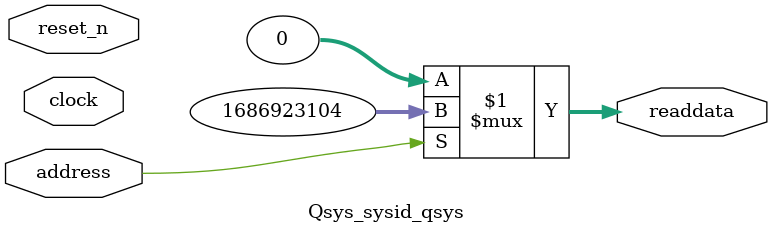
<source format=v>



// synthesis translate_off
`timescale 1ns / 1ps
// synthesis translate_on

// turn off superfluous verilog processor warnings 
// altera message_level Level1 
// altera message_off 10034 10035 10036 10037 10230 10240 10030 

module Qsys_sysid_qsys (
               // inputs:
                address,
                clock,
                reset_n,

               // outputs:
                readdata
             )
;

  output  [ 31: 0] readdata;
  input            address;
  input            clock;
  input            reset_n;

  wire    [ 31: 0] readdata;
  //control_slave, which is an e_avalon_slave
  assign readdata = address ? 1686923104 : 0;

endmodule



</source>
